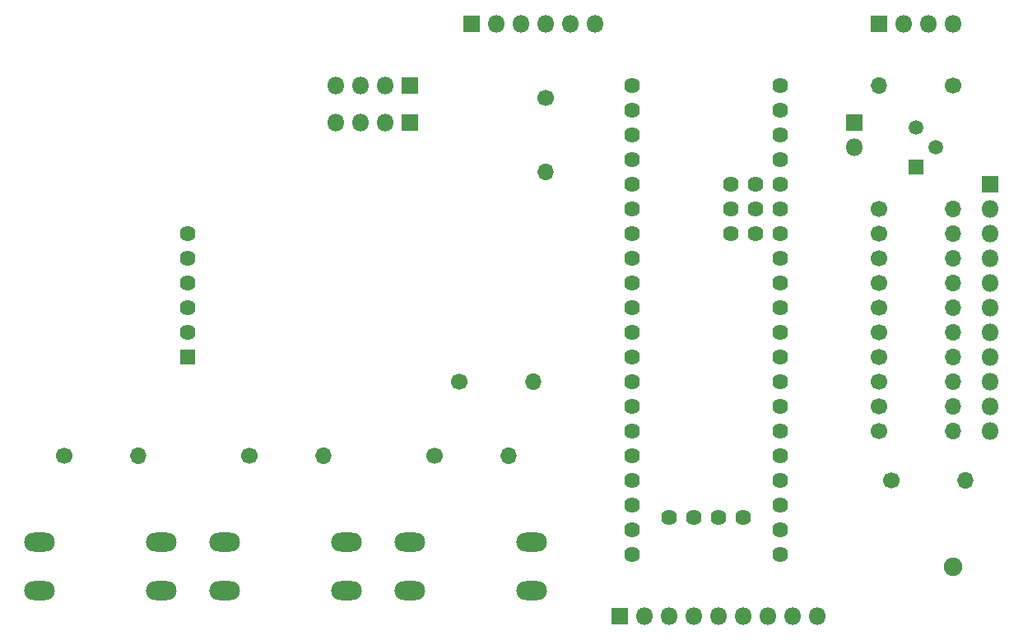
<source format=gbr>
%TF.GenerationSoftware,KiCad,Pcbnew,5.1.5+dfsg1-2build2*%
%TF.CreationDate,2022-09-12T08:37:09+01:00*%
%TF.ProjectId,bluepill-pb1,626c7565-7069-46c6-9c2d-7062312e6b69,rev?*%
%TF.SameCoordinates,Original*%
%TF.FileFunction,Soldermask,Bot*%
%TF.FilePolarity,Negative*%
%FSLAX46Y46*%
G04 Gerber Fmt 4.6, Leading zero omitted, Abs format (unit mm)*
G04 Created by KiCad (PCBNEW 5.1.5+dfsg1-2build2) date 2022-09-12 08:37:09*
%MOMM*%
%LPD*%
G04 APERTURE LIST*
%ADD10O,1.800000X1.800000*%
%ADD11R,1.800000X1.800000*%
%ADD12O,1.700000X1.700000*%
%ADD13C,1.700000*%
%ADD14C,1.900000*%
%ADD15C,1.624000*%
%ADD16O,3.148000X1.950000*%
%ADD17C,1.497000*%
%ADD18R,1.497000X1.497000*%
%ADD19R,1.624000X1.624000*%
G04 APERTURE END LIST*
D10*
%TO.C,J6*%
X137160000Y-59690000D03*
X134620000Y-59690000D03*
X132080000Y-59690000D03*
X129540000Y-59690000D03*
X127000000Y-59690000D03*
D11*
X124460000Y-59690000D03*
%TD*%
D10*
%TO.C,J7*%
X163830000Y-72390000D03*
D11*
X163830000Y-69850000D03*
%TD*%
D12*
%TO.C,R17*%
X130810000Y-96520000D03*
D13*
X123190000Y-96520000D03*
%TD*%
D14*
%TO.C,TP1*%
X173990000Y-115570000D03*
%TD*%
D12*
%TO.C,R16*%
X132080000Y-74930000D03*
D13*
X132080000Y-67310000D03*
%TD*%
D12*
%TO.C,R15*%
X175260000Y-106680000D03*
D13*
X167640000Y-106680000D03*
%TD*%
D15*
%TO.C,U1*%
X140970000Y-109220000D03*
X151130000Y-81280000D03*
X151130000Y-78740000D03*
X151130000Y-76200000D03*
X153670000Y-81280000D03*
X153670000Y-78740000D03*
X153670000Y-76200000D03*
X152400000Y-110490000D03*
X149860000Y-110490000D03*
X147320000Y-110490000D03*
X144780000Y-110490000D03*
X156210000Y-66040000D03*
X156210000Y-68580000D03*
X156210000Y-71120000D03*
X156210000Y-73660000D03*
X156210000Y-76200000D03*
X156210000Y-78740000D03*
X156210000Y-81280000D03*
X156210000Y-83820000D03*
X156210000Y-86360000D03*
X156210000Y-88900000D03*
X156210000Y-91440000D03*
X156210000Y-93980000D03*
X156210000Y-96520000D03*
X156210000Y-99060000D03*
X156210000Y-101600000D03*
X156210000Y-104140000D03*
X156210000Y-106680000D03*
X156210000Y-109220000D03*
X156210000Y-111760000D03*
X156210000Y-114300000D03*
X140970000Y-114300000D03*
X140970000Y-111760000D03*
X140970000Y-106680000D03*
X140970000Y-104140000D03*
X140970000Y-101600000D03*
X140970000Y-99060000D03*
X140970000Y-96520000D03*
X140970000Y-93980000D03*
X140970000Y-91440000D03*
X140970000Y-88900000D03*
X140970000Y-86360000D03*
X140970000Y-83820000D03*
X140970000Y-81280000D03*
X140970000Y-78740000D03*
X140970000Y-76200000D03*
X140970000Y-73660000D03*
X140970000Y-71120000D03*
X140970000Y-68580000D03*
X140970000Y-66040000D03*
%TD*%
D16*
%TO.C,SW2*%
X99060000Y-118030000D03*
X99060000Y-113030000D03*
X111560000Y-118030000D03*
X111560000Y-113030000D03*
%TD*%
D10*
%TO.C,J5*%
X160020000Y-120650000D03*
X157480000Y-120650000D03*
X154940000Y-120650000D03*
X152400000Y-120650000D03*
X149860000Y-120650000D03*
X147320000Y-120650000D03*
X144780000Y-120650000D03*
X142240000Y-120650000D03*
D11*
X139700000Y-120650000D03*
%TD*%
D12*
%TO.C,R14*%
X166370000Y-66040000D03*
D13*
X173990000Y-66040000D03*
%TD*%
D17*
%TO.C,Q1*%
X170180000Y-70358000D03*
X172212000Y-72390000D03*
D18*
X170180000Y-74422000D03*
%TD*%
D10*
%TO.C,J4*%
X110490000Y-66040000D03*
X113030000Y-66040000D03*
X115570000Y-66040000D03*
D11*
X118110000Y-66040000D03*
%TD*%
D10*
%TO.C,J2*%
X173990000Y-59690000D03*
X171450000Y-59690000D03*
X168910000Y-59690000D03*
D11*
X166370000Y-59690000D03*
%TD*%
D10*
%TO.C,J1*%
X177800000Y-101600000D03*
X177800000Y-99060000D03*
X177800000Y-96520000D03*
X177800000Y-93980000D03*
X177800000Y-91440000D03*
X177800000Y-88900000D03*
X177800000Y-86360000D03*
X177800000Y-83820000D03*
X177800000Y-81280000D03*
X177800000Y-78740000D03*
D11*
X177800000Y-76200000D03*
%TD*%
D12*
%TO.C,R13*%
X173990000Y-101600000D03*
D13*
X166370000Y-101600000D03*
%TD*%
D12*
%TO.C,R12*%
X173990000Y-99060000D03*
D13*
X166370000Y-99060000D03*
%TD*%
D12*
%TO.C,R11*%
X173990000Y-96520000D03*
D13*
X166370000Y-96520000D03*
%TD*%
D12*
%TO.C,R10*%
X173990000Y-93980000D03*
D13*
X166370000Y-93980000D03*
%TD*%
D12*
%TO.C,R9*%
X173990000Y-91440000D03*
D13*
X166370000Y-91440000D03*
%TD*%
D12*
%TO.C,R8*%
X173990000Y-88900000D03*
D13*
X166370000Y-88900000D03*
%TD*%
D12*
%TO.C,R7*%
X173990000Y-86360000D03*
D13*
X166370000Y-86360000D03*
%TD*%
D12*
%TO.C,R6*%
X173990000Y-83820000D03*
D13*
X166370000Y-83820000D03*
%TD*%
D12*
%TO.C,R5*%
X173990000Y-81280000D03*
D13*
X166370000Y-81280000D03*
%TD*%
D12*
%TO.C,R4*%
X173990000Y-78740000D03*
D13*
X166370000Y-78740000D03*
%TD*%
D16*
%TO.C,SW3*%
X118110000Y-118030000D03*
X118110000Y-113030000D03*
X130610000Y-118030000D03*
X130610000Y-113030000D03*
%TD*%
%TO.C,SW1*%
X80010000Y-118030000D03*
X80010000Y-113030000D03*
X92510000Y-118030000D03*
X92510000Y-113030000D03*
%TD*%
D12*
%TO.C,R3*%
X128270000Y-104140000D03*
D13*
X120650000Y-104140000D03*
%TD*%
D12*
%TO.C,R2*%
X109220000Y-104140000D03*
D13*
X101600000Y-104140000D03*
%TD*%
D12*
%TO.C,R1*%
X90170000Y-104140000D03*
D13*
X82550000Y-104140000D03*
%TD*%
D10*
%TO.C,J3*%
X110490000Y-69850000D03*
X113030000Y-69850000D03*
X115570000Y-69850000D03*
D11*
X118110000Y-69850000D03*
%TD*%
D15*
%TO.C,A1*%
X95250000Y-81280000D03*
X95250000Y-83820000D03*
X95250000Y-86360000D03*
X95250000Y-88900000D03*
X95250000Y-91440000D03*
D19*
X95250000Y-93980000D03*
%TD*%
M02*

</source>
